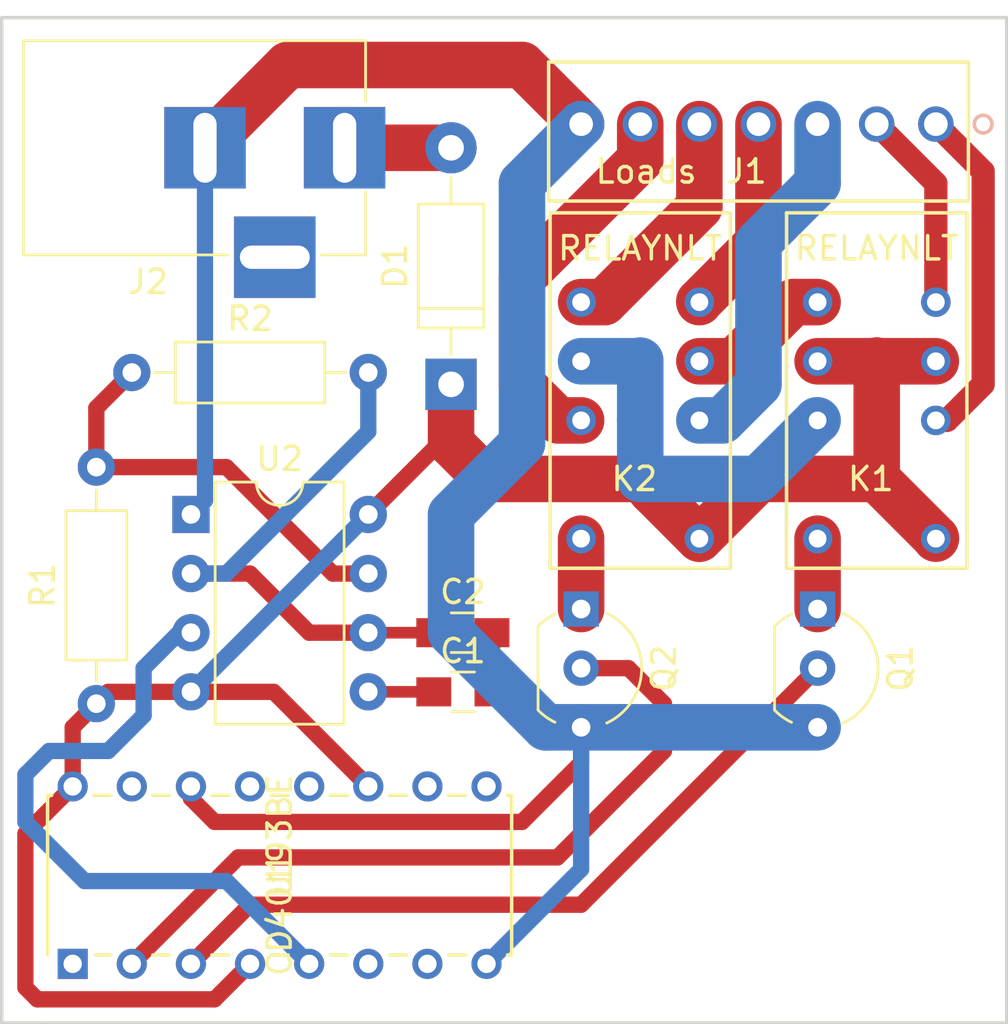
<source format=kicad_pcb>
(kicad_pcb (version 20171130) (host pcbnew "(5.0.0-rc2-dev-720-g9704891c8)")

  (general
    (thickness 1.6)
    (drawings 6)
    (tracks 129)
    (zones 0)
    (modules 13)
    (nets 28)
  )

  (page A4)
  (layers
    (0 F.Cu signal)
    (31 B.Cu signal)
    (32 B.Adhes user)
    (33 F.Adhes user)
    (34 B.Paste user)
    (35 F.Paste user)
    (36 B.SilkS user)
    (37 F.SilkS user)
    (38 B.Mask user)
    (39 F.Mask user)
    (40 Dwgs.User user)
    (41 Cmts.User user)
    (42 Eco1.User user)
    (43 Eco2.User user)
    (44 Edge.Cuts user)
    (45 Margin user)
    (46 B.CrtYd user)
    (47 F.CrtYd user)
    (48 B.Fab user)
    (49 F.Fab user)
  )

  (setup
    (last_trace_width 0.25)
    (user_trace_width 0.5)
    (user_trace_width 0.7)
    (user_trace_width 1)
    (user_trace_width 2)
    (trace_clearance 0.2)
    (zone_clearance 0.508)
    (zone_45_only no)
    (trace_min 0.2)
    (segment_width 0.2)
    (edge_width 0.15)
    (via_size 0.8)
    (via_drill 0.4)
    (via_min_size 0.4)
    (via_min_drill 0.3)
    (uvia_size 0.3)
    (uvia_drill 0.1)
    (uvias_allowed no)
    (uvia_min_size 0.2)
    (uvia_min_drill 0.1)
    (pcb_text_width 0.3)
    (pcb_text_size 1.5 1.5)
    (mod_edge_width 0.15)
    (mod_text_size 1 1)
    (mod_text_width 0.15)
    (pad_size 1.524 1.524)
    (pad_drill 0.762)
    (pad_to_mask_clearance 0.2)
    (aux_axis_origin 0 0)
    (visible_elements FFFFFF5F)
    (pcbplotparams
      (layerselection 0x010e0_ffffffff)
      (usegerberextensions true)
      (usegerberattributes false)
      (usegerberadvancedattributes false)
      (creategerberjobfile false)
      (excludeedgelayer true)
      (linewidth 0.100000)
      (plotframeref false)
      (viasonmask false)
      (mode 1)
      (useauxorigin false)
      (hpglpennumber 1)
      (hpglpenspeed 20)
      (hpglpendiameter 15)
      (psnegative false)
      (psa4output false)
      (plotreference true)
      (plotvalue true)
      (plotinvisibletext false)
      (padsonsilk false)
      (subtractmaskfromsilk false)
      (outputformat 1)
      (mirror false)
      (drillshape 0)
      (scaleselection 1)
      (outputdirectory Gerber/))
  )

  (net 0 "")
  (net 1 "Net-(K1-Pad8)")
  (net 2 /C)
  (net 3 /B)
  (net 4 /A)
  (net 5 0)
  (net 6 "Net-(K1-Pad10)")
  (net 7 /D)
  (net 8 /X)
  (net 9 /Y)
  (net 10 /C1)
  (net 11 /C2)
  (net 12 "Net-(U1-Pad1)")
  (net 13 "Net-(U1-Pad5)")
  (net 14 "Net-(U1-Pad6)")
  (net 15 "Net-(U1-Pad7)")
  (net 16 "Net-(U1-Pad9)")
  (net 17 "Net-(U1-Pad10)")
  (net 18 "Net-(U1-Pad12)")
  (net 19 "Net-(U1-Pad13)")
  (net 20 "Net-(U1-Pad15)")
  (net 21 "Net-(K1-Pad12)")
  (net 22 "Net-(K2-Pad12)")
  (net 23 /Vcc)
  (net 24 "Net-(R1-Pad2)")
  (net 25 "Net-(C2-Pad1)")
  (net 26 "Net-(C1-Pad1)")
  (net 27 "Net-(D1-Pad2)")

  (net_class Default "This is the default net class."
    (clearance 0.2)
    (trace_width 0.25)
    (via_dia 0.8)
    (via_drill 0.4)
    (uvia_dia 0.3)
    (uvia_drill 0.1)
    (add_net /C1)
    (add_net /C2)
    (add_net 0)
    (add_net "Net-(C1-Pad1)")
    (add_net "Net-(C2-Pad1)")
    (add_net "Net-(D1-Pad2)")
    (add_net "Net-(K1-Pad10)")
    (add_net "Net-(K1-Pad12)")
    (add_net "Net-(K1-Pad8)")
    (add_net "Net-(K2-Pad12)")
    (add_net "Net-(R1-Pad2)")
    (add_net "Net-(U1-Pad1)")
    (add_net "Net-(U1-Pad10)")
    (add_net "Net-(U1-Pad12)")
    (add_net "Net-(U1-Pad13)")
    (add_net "Net-(U1-Pad15)")
    (add_net "Net-(U1-Pad5)")
    (add_net "Net-(U1-Pad6)")
    (add_net "Net-(U1-Pad7)")
    (add_net "Net-(U1-Pad9)")
  )

  (net_class Power2 ""
    (clearance 0.2)
    (trace_width 0.5)
    (via_dia 0.8)
    (via_drill 0.4)
    (uvia_dia 0.3)
    (uvia_drill 0.1)
    (add_net /A)
    (add_net /B)
    (add_net /C)
    (add_net /D)
    (add_net /Vcc)
    (add_net /X)
    (add_net /Y)
  )

  (module Library:CD40193BE (layer F.Cu) (tedit 5A52DAB9) (tstamp 5A52DF2A)
    (at 163.576 101.6 90)
    (path /5A52BF8A)
    (fp_text reference U1 (at -3.81 -8.89 90) (layer F.SilkS)
      (effects (font (size 1 1) (thickness 0.15)))
    )
    (fp_text value CD40193BE (at -3.81 -8.89 90) (layer F.SilkS)
      (effects (font (size 1 1) (thickness 0.15)))
    )
    (fp_line (start -7.112 -17.3863) (end -7.112 -18.1737) (layer Dwgs.User) (width 0.1524))
    (fp_line (start -7.112 -18.1737) (end -8.0137 -18.1737) (layer Dwgs.User) (width 0.1524))
    (fp_line (start -8.0137 -18.1737) (end -8.0137 -17.3863) (layer Dwgs.User) (width 0.1524))
    (fp_line (start -8.0137 -17.3863) (end -7.112 -17.3863) (layer Dwgs.User) (width 0.1524))
    (fp_line (start -7.112 -14.8463) (end -7.112 -15.6337) (layer Dwgs.User) (width 0.1524))
    (fp_line (start -7.112 -15.6337) (end -8.0137 -15.6337) (layer Dwgs.User) (width 0.1524))
    (fp_line (start -8.0137 -15.6337) (end -8.0137 -14.8463) (layer Dwgs.User) (width 0.1524))
    (fp_line (start -8.0137 -14.8463) (end -7.112 -14.8463) (layer Dwgs.User) (width 0.1524))
    (fp_line (start -7.112 -12.3063) (end -7.112 -13.0937) (layer Dwgs.User) (width 0.1524))
    (fp_line (start -7.112 -13.0937) (end -8.0137 -13.0937) (layer Dwgs.User) (width 0.1524))
    (fp_line (start -8.0137 -13.0937) (end -8.0137 -12.3063) (layer Dwgs.User) (width 0.1524))
    (fp_line (start -8.0137 -12.3063) (end -7.112 -12.3063) (layer Dwgs.User) (width 0.1524))
    (fp_line (start -7.112 -9.7663) (end -7.112 -10.5537) (layer Dwgs.User) (width 0.1524))
    (fp_line (start -7.112 -10.5537) (end -8.0137 -10.5537) (layer Dwgs.User) (width 0.1524))
    (fp_line (start -8.0137 -10.5537) (end -8.0137 -9.7663) (layer Dwgs.User) (width 0.1524))
    (fp_line (start -8.0137 -9.7663) (end -7.112 -9.7663) (layer Dwgs.User) (width 0.1524))
    (fp_line (start -7.112 -7.2263) (end -7.112 -8.0137) (layer Dwgs.User) (width 0.1524))
    (fp_line (start -7.112 -8.0137) (end -8.0137 -8.0137) (layer Dwgs.User) (width 0.1524))
    (fp_line (start -8.0137 -8.0137) (end -8.0137 -7.2263) (layer Dwgs.User) (width 0.1524))
    (fp_line (start -8.0137 -7.2263) (end -7.112 -7.2263) (layer Dwgs.User) (width 0.1524))
    (fp_line (start -7.112 -4.6863) (end -7.112 -5.4737) (layer Dwgs.User) (width 0.1524))
    (fp_line (start -7.112 -5.4737) (end -8.0137 -5.4737) (layer Dwgs.User) (width 0.1524))
    (fp_line (start -8.0137 -5.4737) (end -8.0137 -4.6863) (layer Dwgs.User) (width 0.1524))
    (fp_line (start -8.0137 -4.6863) (end -7.112 -4.6863) (layer Dwgs.User) (width 0.1524))
    (fp_line (start -7.112 -2.1463) (end -7.112 -2.9337) (layer Dwgs.User) (width 0.1524))
    (fp_line (start -7.112 -2.9337) (end -8.0137 -2.9337) (layer Dwgs.User) (width 0.1524))
    (fp_line (start -8.0137 -2.9337) (end -8.0137 -2.1463) (layer Dwgs.User) (width 0.1524))
    (fp_line (start -8.0137 -2.1463) (end -7.112 -2.1463) (layer Dwgs.User) (width 0.1524))
    (fp_line (start -7.112 0.3937) (end -7.112 -0.3937) (layer Dwgs.User) (width 0.1524))
    (fp_line (start -7.112 -0.3937) (end -8.0137 -0.3937) (layer Dwgs.User) (width 0.1524))
    (fp_line (start -8.0137 -0.3937) (end -8.0137 0.3937) (layer Dwgs.User) (width 0.1524))
    (fp_line (start -8.0137 0.3937) (end -7.112 0.3937) (layer Dwgs.User) (width 0.1524))
    (fp_line (start -0.508 -0.3937) (end -0.508 0.3937) (layer Dwgs.User) (width 0.1524))
    (fp_line (start -0.508 0.3937) (end 0.3937 0.3937) (layer Dwgs.User) (width 0.1524))
    (fp_line (start 0.3937 0.3937) (end 0.3937 -0.3937) (layer Dwgs.User) (width 0.1524))
    (fp_line (start 0.3937 -0.3937) (end -0.508 -0.3937) (layer Dwgs.User) (width 0.1524))
    (fp_line (start -0.508 -2.9337) (end -0.508 -2.1463) (layer Dwgs.User) (width 0.1524))
    (fp_line (start -0.508 -2.1463) (end 0.3937 -2.1463) (layer Dwgs.User) (width 0.1524))
    (fp_line (start 0.3937 -2.1463) (end 0.3937 -2.9337) (layer Dwgs.User) (width 0.1524))
    (fp_line (start 0.3937 -2.9337) (end -0.508 -2.9337) (layer Dwgs.User) (width 0.1524))
    (fp_line (start -0.508 -5.4737) (end -0.508 -4.6863) (layer Dwgs.User) (width 0.1524))
    (fp_line (start -0.508 -4.6863) (end 0.3937 -4.6863) (layer Dwgs.User) (width 0.1524))
    (fp_line (start 0.3937 -4.6863) (end 0.3937 -5.4737) (layer Dwgs.User) (width 0.1524))
    (fp_line (start 0.3937 -5.4737) (end -0.508 -5.4737) (layer Dwgs.User) (width 0.1524))
    (fp_line (start -0.508 -8.0137) (end -0.508 -7.2263) (layer Dwgs.User) (width 0.1524))
    (fp_line (start -0.508 -7.2263) (end 0.3937 -7.2263) (layer Dwgs.User) (width 0.1524))
    (fp_line (start 0.3937 -7.2263) (end 0.3937 -8.0137) (layer Dwgs.User) (width 0.1524))
    (fp_line (start 0.3937 -8.0137) (end -0.508 -8.0137) (layer Dwgs.User) (width 0.1524))
    (fp_line (start -0.508 -10.5537) (end -0.508 -9.7663) (layer Dwgs.User) (width 0.1524))
    (fp_line (start -0.508 -9.7663) (end 0.3937 -9.7663) (layer Dwgs.User) (width 0.1524))
    (fp_line (start 0.3937 -9.7663) (end 0.3937 -10.5537) (layer Dwgs.User) (width 0.1524))
    (fp_line (start 0.3937 -10.5537) (end -0.508 -10.5537) (layer Dwgs.User) (width 0.1524))
    (fp_line (start -0.508 -13.0937) (end -0.508 -12.3063) (layer Dwgs.User) (width 0.1524))
    (fp_line (start -0.508 -12.3063) (end 0.3937 -12.3063) (layer Dwgs.User) (width 0.1524))
    (fp_line (start 0.3937 -12.3063) (end 0.3937 -13.0937) (layer Dwgs.User) (width 0.1524))
    (fp_line (start 0.3937 -13.0937) (end -0.508 -13.0937) (layer Dwgs.User) (width 0.1524))
    (fp_line (start -0.508 -15.6337) (end -0.508 -14.8463) (layer Dwgs.User) (width 0.1524))
    (fp_line (start -0.508 -14.8463) (end 0.3937 -14.8463) (layer Dwgs.User) (width 0.1524))
    (fp_line (start 0.3937 -14.8463) (end 0.3937 -15.6337) (layer Dwgs.User) (width 0.1524))
    (fp_line (start 0.3937 -15.6337) (end -0.508 -15.6337) (layer Dwgs.User) (width 0.1524))
    (fp_line (start -0.508 -18.1737) (end -0.508 -17.3863) (layer Dwgs.User) (width 0.1524))
    (fp_line (start -0.508 -17.3863) (end 0.3937 -17.3863) (layer Dwgs.User) (width 0.1524))
    (fp_line (start 0.3937 -17.3863) (end 0.3937 -18.1737) (layer Dwgs.User) (width 0.1524))
    (fp_line (start 0.3937 -18.1737) (end -0.508 -18.1737) (layer Dwgs.User) (width 0.1524))
    (fp_line (start -7.239 1.0795) (end -0.381 1.0795) (layer F.SilkS) (width 0.1524))
    (fp_line (start -0.381 1.0795) (end -0.381 0.903383) (layer F.SilkS) (width 0.1524))
    (fp_line (start -0.381 -18.8595) (end -7.239 -18.8595) (layer F.SilkS) (width 0.1524))
    (fp_line (start -7.239 -16.79956) (end -7.239 -16.143383) (layer F.SilkS) (width 0.1524))
    (fp_line (start -7.112 0.9525) (end -0.508 0.9525) (layer Dwgs.User) (width 0.1524))
    (fp_line (start -0.508 0.9525) (end -0.508 -18.7325) (layer Dwgs.User) (width 0.1524))
    (fp_line (start -0.508 -18.7325) (end -7.112 -18.7325) (layer Dwgs.User) (width 0.1524))
    (fp_line (start -7.112 -18.7325) (end -7.112 0.9525) (layer Dwgs.User) (width 0.1524))
    (fp_line (start -7.239 -14.336617) (end -7.239 -13.603383) (layer F.SilkS) (width 0.1524))
    (fp_line (start -7.239 -11.796617) (end -7.239 -11.063383) (layer F.SilkS) (width 0.1524))
    (fp_line (start -7.239 -9.256617) (end -7.239 -8.523383) (layer F.SilkS) (width 0.1524))
    (fp_line (start -7.239 -6.716617) (end -7.239 -5.983383) (layer F.SilkS) (width 0.1524))
    (fp_line (start -7.239 -4.176617) (end -7.239 -3.443383) (layer F.SilkS) (width 0.1524))
    (fp_line (start -7.239 -1.636617) (end -7.239 -0.903383) (layer F.SilkS) (width 0.1524))
    (fp_line (start -7.239 0.903383) (end -7.239 1.0795) (layer F.SilkS) (width 0.1524))
    (fp_line (start -0.381 -0.903383) (end -0.381 -1.636617) (layer F.SilkS) (width 0.1524))
    (fp_line (start -0.381 -3.443383) (end -0.381 -4.176617) (layer F.SilkS) (width 0.1524))
    (fp_line (start -0.381 -5.983383) (end -0.381 -6.716617) (layer F.SilkS) (width 0.1524))
    (fp_line (start -0.381 -8.523383) (end -0.381 -9.256617) (layer F.SilkS) (width 0.1524))
    (fp_line (start -0.381 -11.063383) (end -0.381 -11.796617) (layer F.SilkS) (width 0.1524))
    (fp_line (start -0.381 -13.603383) (end -0.381 -14.336617) (layer F.SilkS) (width 0.1524))
    (fp_line (start -0.381 -16.143383) (end -0.381 -16.876617) (layer F.SilkS) (width 0.1524))
    (fp_line (start -0.381 -18.683383) (end -0.381 -18.8595) (layer F.SilkS) (width 0.1524))
    (fp_arc (start -3.81 -18.7325) (end -3.5052 -18.7325) (angle 180) (layer Dwgs.User) (width 0.1524))
    (pad 1 thru_hole rect (at -7.62 -17.78 90) (size 1.2954 1.2954) (drill 0.7874) (layers *.Cu *.Mask)
      (net 12 "Net-(U1-Pad1)"))
    (pad 2 thru_hole circle (at -7.62 -15.24 90) (size 1.2954 1.2954) (drill 0.7874) (layers *.Cu *.Mask)
      (net 11 /C2))
    (pad 3 thru_hole circle (at -7.62 -12.7 90) (size 1.2954 1.2954) (drill 0.7874) (layers *.Cu *.Mask)
      (net 10 /C1))
    (pad 4 thru_hole circle (at -7.62 -10.16 90) (size 1.2954 1.2954) (drill 0.7874) (layers *.Cu *.Mask)
      (net 23 /Vcc))
    (pad 5 thru_hole circle (at -7.62 -7.62 90) (size 1.2954 1.2954) (drill 0.7874) (layers *.Cu *.Mask)
      (net 13 "Net-(U1-Pad5)"))
    (pad 6 thru_hole circle (at -7.62 -5.08 90) (size 1.2954 1.2954) (drill 0.7874) (layers *.Cu *.Mask)
      (net 14 "Net-(U1-Pad6)"))
    (pad 7 thru_hole circle (at -7.62 -2.54 90) (size 1.2954 1.2954) (drill 0.7874) (layers *.Cu *.Mask)
      (net 15 "Net-(U1-Pad7)"))
    (pad 8 thru_hole circle (at -7.62 0 90) (size 1.2954 1.2954) (drill 0.7874) (layers *.Cu *.Mask)
      (net 5 0))
    (pad 9 thru_hole circle (at 0 0 90) (size 1.2954 1.2954) (drill 0.7874) (layers *.Cu *.Mask)
      (net 16 "Net-(U1-Pad9)"))
    (pad 10 thru_hole circle (at 0 -2.54 90) (size 1.2954 1.2954) (drill 0.7874) (layers *.Cu *.Mask)
      (net 17 "Net-(U1-Pad10)"))
    (pad 11 thru_hole circle (at 0 -5.08 90) (size 1.2954 1.2954) (drill 0.7874) (layers *.Cu *.Mask)
      (net 23 /Vcc))
    (pad 12 thru_hole circle (at 0 -7.62 90) (size 1.2954 1.2954) (drill 0.7874) (layers *.Cu *.Mask)
      (net 18 "Net-(U1-Pad12)"))
    (pad 13 thru_hole circle (at 0 -10.16 90) (size 1.2954 1.2954) (drill 0.7874) (layers *.Cu *.Mask)
      (net 19 "Net-(U1-Pad13)"))
    (pad 14 thru_hole circle (at 0 -12.7 90) (size 1.2954 1.2954) (drill 0.7874) (layers *.Cu *.Mask)
      (net 5 0))
    (pad 15 thru_hole circle (at 0 -15.24 90) (size 1.2954 1.2954) (drill 0.7874) (layers *.Cu *.Mask)
      (net 20 "Net-(U1-Pad15)"))
    (pad 16 thru_hole circle (at 0 -17.78 90) (size 1.2954 1.2954) (drill 0.7874) (layers *.Cu *.Mask)
      (net 23 /Vcc))
  )

  (module Library:640456-7 (layer F.Cu) (tedit 5A52CB5B) (tstamp 5A629AD5)
    (at 167.64 73.152 180)
    (path /5A53BB7C)
    (fp_text reference J1 (at -7.112 -2.032 180) (layer F.SilkS)
      (effects (font (size 1 1) (thickness 0.15)))
    )
    (fp_text value Loads (at -2.794 -2.032 180) (layer F.SilkS)
      (effects (font (size 1 1) (thickness 0.15)))
    )
    (fp_line (start -16.637 2.667) (end 1.397 2.667) (layer F.SilkS) (width 0.1524))
    (fp_line (start 1.397 2.667) (end 1.397 -3.302) (layer F.SilkS) (width 0.1524))
    (fp_line (start 1.397 -3.302) (end -16.637 -3.302) (layer F.SilkS) (width 0.1524))
    (fp_line (start -16.637 -3.302) (end -16.637 2.667) (layer F.SilkS) (width 0.1524))
    (fp_line (start -16.51 2.54) (end 1.27 2.54) (layer Dwgs.User) (width 0.1524))
    (fp_line (start 1.27 2.54) (end 1.27 -3.175) (layer Dwgs.User) (width 0.1524))
    (fp_line (start 1.27 -3.175) (end -16.51 -3.175) (layer Dwgs.User) (width 0.1524))
    (fp_line (start -16.51 -3.175) (end -16.51 2.54) (layer Dwgs.User) (width 0.1524))
    (fp_circle (center -17.272 0) (end -16.891 0) (layer F.SilkS) (width 0.1524))
    (fp_circle (center -17.272 0) (end -16.891 0) (layer B.SilkS) (width 0.1524))
    (fp_circle (center -15.24 1.905) (end -14.859 1.905) (layer Dwgs.User) (width 0.1524))
    (pad 1 thru_hole circle (at -15.24 0 180) (size 1.524 1.524) (drill 1.016) (layers *.Cu *.Mask)
      (net 8 /X))
    (pad 2 thru_hole circle (at -12.7 0 180) (size 1.524 1.524) (drill 1.016) (layers *.Cu *.Mask)
      (net 9 /Y))
    (pad 3 thru_hole circle (at -10.16 0 180) (size 1.524 1.524) (drill 1.016) (layers *.Cu *.Mask)
      (net 4 /A))
    (pad 4 thru_hole circle (at -7.62 0 180) (size 1.524 1.524) (drill 1.016) (layers *.Cu *.Mask)
      (net 3 /B))
    (pad 5 thru_hole circle (at -5.08 0 180) (size 1.524 1.524) (drill 1.016) (layers *.Cu *.Mask)
      (net 2 /C))
    (pad 6 thru_hole circle (at -2.54 0 180) (size 1.524 1.524) (drill 1.016) (layers *.Cu *.Mask)
      (net 7 /D))
    (pad 7 thru_hole circle (at 0 0 180) (size 1.524 1.524) (drill 1.016) (layers *.Cu *.Mask)
      (net 5 0))
  )

  (module Connectors:BARREL_JACK (layer F.Cu) (tedit 5861378E) (tstamp 5A624503)
    (at 157.48 74.168)
    (descr "DC Barrel Jack")
    (tags "Power Jack")
    (path /5A52941E)
    (fp_text reference J2 (at -8.45 5.75 180) (layer F.SilkS)
      (effects (font (size 1 1) (thickness 0.15)))
    )
    (fp_text value Conn_Coaxial_Power (at -6.2 -5.5) (layer F.Fab)
      (effects (font (size 1 1) (thickness 0.15)))
    )
    (fp_line (start 1 -4.5) (end 1 -4.75) (layer F.CrtYd) (width 0.05))
    (fp_line (start 1 -4.75) (end -14 -4.75) (layer F.CrtYd) (width 0.05))
    (fp_line (start 1 -4.5) (end 1 -2) (layer F.CrtYd) (width 0.05))
    (fp_line (start 1 -2) (end 2 -2) (layer F.CrtYd) (width 0.05))
    (fp_line (start 2 -2) (end 2 2) (layer F.CrtYd) (width 0.05))
    (fp_line (start 2 2) (end 1 2) (layer F.CrtYd) (width 0.05))
    (fp_line (start 1 2) (end 1 4.75) (layer F.CrtYd) (width 0.05))
    (fp_line (start 1 4.75) (end -1 4.75) (layer F.CrtYd) (width 0.05))
    (fp_line (start -1 4.75) (end -1 6.75) (layer F.CrtYd) (width 0.05))
    (fp_line (start -1 6.75) (end -5 6.75) (layer F.CrtYd) (width 0.05))
    (fp_line (start -5 6.75) (end -5 4.75) (layer F.CrtYd) (width 0.05))
    (fp_line (start -5 4.75) (end -14 4.75) (layer F.CrtYd) (width 0.05))
    (fp_line (start -14 4.75) (end -14 -4.75) (layer F.CrtYd) (width 0.05))
    (fp_line (start -5 4.6) (end -13.8 4.6) (layer F.SilkS) (width 0.12))
    (fp_line (start -13.8 4.6) (end -13.8 -4.6) (layer F.SilkS) (width 0.12))
    (fp_line (start 0.9 1.9) (end 0.9 4.6) (layer F.SilkS) (width 0.12))
    (fp_line (start 0.9 4.6) (end -1 4.6) (layer F.SilkS) (width 0.12))
    (fp_line (start -13.8 -4.6) (end 0.9 -4.6) (layer F.SilkS) (width 0.12))
    (fp_line (start 0.9 -4.6) (end 0.9 -2) (layer F.SilkS) (width 0.12))
    (fp_line (start -10.2 -4.5) (end -10.2 4.5) (layer F.Fab) (width 0.1))
    (fp_line (start -13.7 -4.5) (end -13.7 4.5) (layer F.Fab) (width 0.1))
    (fp_line (start -13.7 4.5) (end 0.8 4.5) (layer F.Fab) (width 0.1))
    (fp_line (start 0.8 4.5) (end 0.8 -4.5) (layer F.Fab) (width 0.1))
    (fp_line (start 0.8 -4.5) (end -13.7 -4.5) (layer F.Fab) (width 0.1))
    (pad 1 thru_hole rect (at 0 0) (size 3.5 3.5) (drill oval 1 3) (layers *.Cu *.Mask)
      (net 27 "Net-(D1-Pad2)"))
    (pad 2 thru_hole rect (at -6 0) (size 3.5 3.5) (drill oval 1 3) (layers *.Cu *.Mask)
      (net 5 0))
    (pad 3 thru_hole rect (at -3 4.7) (size 3.5 3.5) (drill oval 3 1) (layers *.Cu *.Mask))
  )

  (module Capacitors_SMD:C_0805_HandSoldering (layer F.Cu) (tedit 58AA84A8) (tstamp 5A5C2426)
    (at 162.56 94.996)
    (descr "Capacitor SMD 0805, hand soldering")
    (tags "capacitor 0805")
    (path /5A546AB5)
    (attr smd)
    (fp_text reference C2 (at 0 -1.75) (layer F.SilkS)
      (effects (font (size 1 1) (thickness 0.15)))
    )
    (fp_text value 10u (at 0 1.75) (layer F.Fab)
      (effects (font (size 1 1) (thickness 0.15)))
    )
    (fp_line (start 2.25 0.87) (end -2.25 0.87) (layer F.CrtYd) (width 0.05))
    (fp_line (start 2.25 0.87) (end 2.25 -0.88) (layer F.CrtYd) (width 0.05))
    (fp_line (start -2.25 -0.88) (end -2.25 0.87) (layer F.CrtYd) (width 0.05))
    (fp_line (start -2.25 -0.88) (end 2.25 -0.88) (layer F.CrtYd) (width 0.05))
    (fp_line (start -0.5 0.85) (end 0.5 0.85) (layer F.SilkS) (width 0.12))
    (fp_line (start 0.5 -0.85) (end -0.5 -0.85) (layer F.SilkS) (width 0.12))
    (fp_line (start -1 -0.62) (end 1 -0.62) (layer F.Fab) (width 0.1))
    (fp_line (start 1 -0.62) (end 1 0.62) (layer F.Fab) (width 0.1))
    (fp_line (start 1 0.62) (end -1 0.62) (layer F.Fab) (width 0.1))
    (fp_line (start -1 0.62) (end -1 -0.62) (layer F.Fab) (width 0.1))
    (fp_text user %R (at 0 -1.75) (layer F.Fab)
      (effects (font (size 1 1) (thickness 0.15)))
    )
    (pad 2 smd rect (at 1.25 0) (size 1.5 1.25) (layers F.Cu F.Paste F.Mask)
      (net 5 0))
    (pad 1 smd rect (at -1.25 0) (size 1.5 1.25) (layers F.Cu F.Paste F.Mask)
      (net 25 "Net-(C2-Pad1)"))
    (model Capacitors_SMD.3dshapes/C_0805.wrl
      (at (xyz 0 0 0))
      (scale (xyz 1 1 1))
      (rotate (xyz 0 0 0))
    )
  )

  (module Capacitors_SMD:C_0805_HandSoldering (layer F.Cu) (tedit 58AA84A8) (tstamp 5A5C2415)
    (at 162.56 97.536)
    (descr "Capacitor SMD 0805, hand soldering")
    (tags "capacitor 0805")
    (path /5A5447CE)
    (attr smd)
    (fp_text reference C1 (at 0 -1.75) (layer F.SilkS)
      (effects (font (size 1 1) (thickness 0.15)))
    )
    (fp_text value 0.01u (at 0 1.75) (layer F.Fab)
      (effects (font (size 1 1) (thickness 0.15)))
    )
    (fp_text user %R (at 0 -1.75) (layer F.Fab)
      (effects (font (size 1 1) (thickness 0.15)))
    )
    (fp_line (start -1 0.62) (end -1 -0.62) (layer F.Fab) (width 0.1))
    (fp_line (start 1 0.62) (end -1 0.62) (layer F.Fab) (width 0.1))
    (fp_line (start 1 -0.62) (end 1 0.62) (layer F.Fab) (width 0.1))
    (fp_line (start -1 -0.62) (end 1 -0.62) (layer F.Fab) (width 0.1))
    (fp_line (start 0.5 -0.85) (end -0.5 -0.85) (layer F.SilkS) (width 0.12))
    (fp_line (start -0.5 0.85) (end 0.5 0.85) (layer F.SilkS) (width 0.12))
    (fp_line (start -2.25 -0.88) (end 2.25 -0.88) (layer F.CrtYd) (width 0.05))
    (fp_line (start -2.25 -0.88) (end -2.25 0.87) (layer F.CrtYd) (width 0.05))
    (fp_line (start 2.25 0.87) (end 2.25 -0.88) (layer F.CrtYd) (width 0.05))
    (fp_line (start 2.25 0.87) (end -2.25 0.87) (layer F.CrtYd) (width 0.05))
    (pad 1 smd rect (at -1.25 0) (size 1.5 1.25) (layers F.Cu F.Paste F.Mask)
      (net 26 "Net-(C1-Pad1)"))
    (pad 2 smd rect (at 1.25 0) (size 1.5 1.25) (layers F.Cu F.Paste F.Mask)
      (net 5 0))
    (model Capacitors_SMD.3dshapes/C_0805.wrl
      (at (xyz 0 0 0))
      (scale (xyz 1 1 1))
      (rotate (xyz 0 0 0))
    )
  )

  (module Diodes_THT:D_DO-41_SOD81_P10.16mm_Horizontal (layer F.Cu) (tedit 5921392F) (tstamp 5A5C23E5)
    (at 162.052 84.328 90)
    (descr "D, DO-41_SOD81 series, Axial, Horizontal, pin pitch=10.16mm, , length*diameter=5.2*2.7mm^2, , http://www.diodes.com/_files/packages/DO-41%20(Plastic).pdf")
    (tags "D DO-41_SOD81 series Axial Horizontal pin pitch 10.16mm  length 5.2mm diameter 2.7mm")
    (path /5A56D319)
    (fp_text reference D1 (at 5.08 -2.41 90) (layer F.SilkS)
      (effects (font (size 1 1) (thickness 0.15)))
    )
    (fp_text value MUR2100ERLGOSCT-ND (at 5.08 2.41 90) (layer F.Fab)
      (effects (font (size 1 1) (thickness 0.15)))
    )
    (fp_text user %R (at 5.08 0 90) (layer F.Fab)
      (effects (font (size 1 1) (thickness 0.15)))
    )
    (fp_line (start 2.48 -1.35) (end 2.48 1.35) (layer F.Fab) (width 0.1))
    (fp_line (start 2.48 1.35) (end 7.68 1.35) (layer F.Fab) (width 0.1))
    (fp_line (start 7.68 1.35) (end 7.68 -1.35) (layer F.Fab) (width 0.1))
    (fp_line (start 7.68 -1.35) (end 2.48 -1.35) (layer F.Fab) (width 0.1))
    (fp_line (start 0 0) (end 2.48 0) (layer F.Fab) (width 0.1))
    (fp_line (start 10.16 0) (end 7.68 0) (layer F.Fab) (width 0.1))
    (fp_line (start 3.26 -1.35) (end 3.26 1.35) (layer F.Fab) (width 0.1))
    (fp_line (start 2.42 -1.41) (end 2.42 1.41) (layer F.SilkS) (width 0.12))
    (fp_line (start 2.42 1.41) (end 7.74 1.41) (layer F.SilkS) (width 0.12))
    (fp_line (start 7.74 1.41) (end 7.74 -1.41) (layer F.SilkS) (width 0.12))
    (fp_line (start 7.74 -1.41) (end 2.42 -1.41) (layer F.SilkS) (width 0.12))
    (fp_line (start 1.28 0) (end 2.42 0) (layer F.SilkS) (width 0.12))
    (fp_line (start 8.88 0) (end 7.74 0) (layer F.SilkS) (width 0.12))
    (fp_line (start 3.26 -1.41) (end 3.26 1.41) (layer F.SilkS) (width 0.12))
    (fp_line (start -1.35 -1.7) (end -1.35 1.7) (layer F.CrtYd) (width 0.05))
    (fp_line (start -1.35 1.7) (end 11.55 1.7) (layer F.CrtYd) (width 0.05))
    (fp_line (start 11.55 1.7) (end 11.55 -1.7) (layer F.CrtYd) (width 0.05))
    (fp_line (start 11.55 -1.7) (end -1.35 -1.7) (layer F.CrtYd) (width 0.05))
    (pad 1 thru_hole rect (at 0 0 90) (size 2.2 2.2) (drill 1.1) (layers *.Cu *.Mask)
      (net 23 /Vcc))
    (pad 2 thru_hole oval (at 10.16 0 90) (size 2.2 2.2) (drill 1.1) (layers *.Cu *.Mask)
      (net 27 "Net-(D1-Pad2)"))
    (model ${KISYS3DMOD}/Diodes_THT.3dshapes/D_DO-41_SOD81_P10.16mm_Horizontal.wrl
      (at (xyz 0 0 0))
      (scale (xyz 0.393701 0.393701 0.393701))
      (rotate (xyz 0 0 0))
    )
  )

  (module Housings_DIP:DIP-8_W7.62mm (layer F.Cu) (tedit 58CC8E33) (tstamp 5A5C23CC)
    (at 150.876 89.916)
    (descr "8-lead dip package, row spacing 7.62 mm (300 mils)")
    (tags "DIL DIP PDIP 2.54mm 7.62mm 300mil")
    (path /5A535B58)
    (fp_text reference U2 (at 3.81 -2.39) (layer F.SilkS)
      (effects (font (size 1 1) (thickness 0.15)))
    )
    (fp_text value LM555 (at 3.81 10.01) (layer F.Fab)
      (effects (font (size 1 1) (thickness 0.15)))
    )
    (fp_text user %R (at 3.81 3.81) (layer F.Fab)
      (effects (font (size 1 1) (thickness 0.15)))
    )
    (fp_line (start 1.635 -1.27) (end 6.985 -1.27) (layer F.Fab) (width 0.1))
    (fp_line (start 6.985 -1.27) (end 6.985 8.89) (layer F.Fab) (width 0.1))
    (fp_line (start 6.985 8.89) (end 0.635 8.89) (layer F.Fab) (width 0.1))
    (fp_line (start 0.635 8.89) (end 0.635 -0.27) (layer F.Fab) (width 0.1))
    (fp_line (start 0.635 -0.27) (end 1.635 -1.27) (layer F.Fab) (width 0.1))
    (fp_line (start 2.81 -1.39) (end 1.04 -1.39) (layer F.SilkS) (width 0.12))
    (fp_line (start 1.04 -1.39) (end 1.04 9.01) (layer F.SilkS) (width 0.12))
    (fp_line (start 1.04 9.01) (end 6.58 9.01) (layer F.SilkS) (width 0.12))
    (fp_line (start 6.58 9.01) (end 6.58 -1.39) (layer F.SilkS) (width 0.12))
    (fp_line (start 6.58 -1.39) (end 4.81 -1.39) (layer F.SilkS) (width 0.12))
    (fp_line (start -1.1 -1.6) (end -1.1 9.2) (layer F.CrtYd) (width 0.05))
    (fp_line (start -1.1 9.2) (end 8.7 9.2) (layer F.CrtYd) (width 0.05))
    (fp_line (start 8.7 9.2) (end 8.7 -1.6) (layer F.CrtYd) (width 0.05))
    (fp_line (start 8.7 -1.6) (end -1.1 -1.6) (layer F.CrtYd) (width 0.05))
    (fp_arc (start 3.81 -1.39) (end 2.81 -1.39) (angle -180) (layer F.SilkS) (width 0.12))
    (pad 1 thru_hole rect (at 0 0) (size 1.6 1.6) (drill 0.8) (layers *.Cu *.Mask)
      (net 5 0))
    (pad 5 thru_hole oval (at 7.62 7.62) (size 1.6 1.6) (drill 0.8) (layers *.Cu *.Mask)
      (net 26 "Net-(C1-Pad1)"))
    (pad 2 thru_hole oval (at 0 2.54) (size 1.6 1.6) (drill 0.8) (layers *.Cu *.Mask)
      (net 25 "Net-(C2-Pad1)"))
    (pad 6 thru_hole oval (at 7.62 5.08) (size 1.6 1.6) (drill 0.8) (layers *.Cu *.Mask)
      (net 25 "Net-(C2-Pad1)"))
    (pad 3 thru_hole oval (at 0 5.08) (size 1.6 1.6) (drill 0.8) (layers *.Cu *.Mask)
      (net 13 "Net-(U1-Pad5)"))
    (pad 7 thru_hole oval (at 7.62 2.54) (size 1.6 1.6) (drill 0.8) (layers *.Cu *.Mask)
      (net 24 "Net-(R1-Pad2)"))
    (pad 4 thru_hole oval (at 0 7.62) (size 1.6 1.6) (drill 0.8) (layers *.Cu *.Mask)
      (net 23 /Vcc))
    (pad 8 thru_hole oval (at 7.62 0) (size 1.6 1.6) (drill 0.8) (layers *.Cu *.Mask)
      (net 23 /Vcc))
    (model ${KISYS3DMOD}/Housings_DIP.3dshapes/DIP-8_W7.62mm.wrl
      (at (xyz 0 0 0))
      (scale (xyz 1 1 1))
      (rotate (xyz 0 0 0))
    )
  )

  (module Library:EC2-5NU (layer F.Cu) (tedit 5A52740C) (tstamp 5A5C22E7)
    (at 167.64 78.232 180)
    (path /5A53B6C5)
    (fp_text reference K2 (at -2.286 -10.16 180) (layer F.SilkS)
      (effects (font (size 1 1) (thickness 0.15)))
    )
    (fp_text value RELAYNLT (at -2.54 -0.254 180) (layer F.SilkS)
      (effects (font (size 1 1) (thickness 0.15)))
    )
    (fp_arc (start -2.54 -13.8684) (end -2.2352 -13.8684) (angle 180) (layer Dwgs.User) (width 0.1524))
    (fp_line (start -6.2865 -13.8684) (end -6.2865 1.143) (layer Dwgs.User) (width 0.1524))
    (fp_line (start 1.2065 -13.8684) (end -6.2865 -13.8684) (layer Dwgs.User) (width 0.1524))
    (fp_line (start 1.2065 1.143) (end 1.2065 -13.8684) (layer Dwgs.User) (width 0.1524))
    (fp_line (start -6.2865 1.143) (end 1.2065 1.143) (layer Dwgs.User) (width 0.1524))
    (fp_line (start -6.4135 -13.9954) (end -6.4135 1.27) (layer F.SilkS) (width 0.1524))
    (fp_line (start 1.3335 -13.9954) (end -6.4135 -13.9954) (layer F.SilkS) (width 0.1524))
    (fp_line (start 1.3335 1.27) (end 1.3335 -13.9954) (layer F.SilkS) (width 0.1524))
    (fp_line (start -6.4135 1.27) (end 1.3335 1.27) (layer F.SilkS) (width 0.1524))
    (pad 12 thru_hole circle (at 0 -12.7254 180) (size 1.27 1.27) (drill 0.762) (layers *.Cu *.Mask)
      (net 22 "Net-(K2-Pad12)"))
    (pad 10 thru_hole circle (at 0 -7.6454 180) (size 1.27 1.27) (drill 0.762) (layers *.Cu *.Mask)
      (net 7 /D))
    (pad 9 thru_hole circle (at 0 -5.1054 180) (size 1.27 1.27) (drill 0.762) (layers *.Cu *.Mask)
      (net 6 "Net-(K1-Pad10)"))
    (pad 8 thru_hole circle (at 0 -2.5654 180) (size 1.27 1.27) (drill 0.762) (layers *.Cu *.Mask)
      (net 2 /C))
    (pad 5 thru_hole circle (at -5.08 -2.5654 180) (size 1.27 1.27) (drill 0.762) (layers *.Cu *.Mask)
      (net 3 /B))
    (pad 4 thru_hole circle (at -5.08 -5.1054 180) (size 1.27 1.27) (drill 0.762) (layers *.Cu *.Mask)
      (net 1 "Net-(K1-Pad8)"))
    (pad 3 thru_hole circle (at -5.08 -7.6454 180) (size 1.27 1.27) (drill 0.762) (layers *.Cu *.Mask)
      (net 4 /A))
    (pad 1 thru_hole circle (at -5.08 -12.7254 180) (size 1.27 1.27) (drill 0.762) (layers *.Cu *.Mask)
      (net 23 /Vcc))
    (model ${KIPRJMOD}/Library/EC2-5NU.step
      (at (xyz 0 0 0))
      (scale (xyz 1 1 1))
      (rotate (xyz 0 0 0))
    )
  )

  (module Library:EC2-5NU (layer F.Cu) (tedit 5A52740C) (tstamp 5A5C22D2)
    (at 177.8 78.232 180)
    (path /5A53B7C9)
    (fp_text reference K1 (at -2.286 -10.16 180) (layer F.SilkS)
      (effects (font (size 1 1) (thickness 0.15)))
    )
    (fp_text value RELAYNLT (at -2.54 -0.254 180) (layer F.SilkS)
      (effects (font (size 1 1) (thickness 0.15)))
    )
    (fp_line (start -6.4135 1.27) (end 1.3335 1.27) (layer F.SilkS) (width 0.1524))
    (fp_line (start 1.3335 1.27) (end 1.3335 -13.9954) (layer F.SilkS) (width 0.1524))
    (fp_line (start 1.3335 -13.9954) (end -6.4135 -13.9954) (layer F.SilkS) (width 0.1524))
    (fp_line (start -6.4135 -13.9954) (end -6.4135 1.27) (layer F.SilkS) (width 0.1524))
    (fp_line (start -6.2865 1.143) (end 1.2065 1.143) (layer Dwgs.User) (width 0.1524))
    (fp_line (start 1.2065 1.143) (end 1.2065 -13.8684) (layer Dwgs.User) (width 0.1524))
    (fp_line (start 1.2065 -13.8684) (end -6.2865 -13.8684) (layer Dwgs.User) (width 0.1524))
    (fp_line (start -6.2865 -13.8684) (end -6.2865 1.143) (layer Dwgs.User) (width 0.1524))
    (fp_arc (start -2.54 -13.8684) (end -2.2352 -13.8684) (angle 180) (layer Dwgs.User) (width 0.1524))
    (pad 1 thru_hole circle (at -5.08 -12.7254 180) (size 1.27 1.27) (drill 0.762) (layers *.Cu *.Mask)
      (net 23 /Vcc))
    (pad 3 thru_hole circle (at -5.08 -7.6454 180) (size 1.27 1.27) (drill 0.762) (layers *.Cu *.Mask)
      (net 8 /X))
    (pad 4 thru_hole circle (at -5.08 -5.1054 180) (size 1.27 1.27) (drill 0.762) (layers *.Cu *.Mask)
      (net 23 /Vcc))
    (pad 5 thru_hole circle (at -5.08 -2.5654 180) (size 1.27 1.27) (drill 0.762) (layers *.Cu *.Mask)
      (net 9 /Y))
    (pad 8 thru_hole circle (at 0 -2.5654 180) (size 1.27 1.27) (drill 0.762) (layers *.Cu *.Mask)
      (net 1 "Net-(K1-Pad8)"))
    (pad 9 thru_hole circle (at 0 -5.1054 180) (size 1.27 1.27) (drill 0.762) (layers *.Cu *.Mask)
      (net 23 /Vcc))
    (pad 10 thru_hole circle (at 0 -7.6454 180) (size 1.27 1.27) (drill 0.762) (layers *.Cu *.Mask)
      (net 6 "Net-(K1-Pad10)"))
    (pad 12 thru_hole circle (at 0 -12.7254 180) (size 1.27 1.27) (drill 0.762) (layers *.Cu *.Mask)
      (net 21 "Net-(K1-Pad12)"))
    (model ${KIPRJMOD}/Library/EC2-5NU.step
      (at (xyz 0 0 0))
      (scale (xyz 1 1 1))
      (rotate (xyz 0 0 0))
    )
  )

  (module Resistors_THT:R_Axial_DIN0207_L6.3mm_D2.5mm_P10.16mm_Horizontal (layer F.Cu) (tedit 5874F706) (tstamp 5A5C22BD)
    (at 148.336 83.82)
    (descr "Resistor, Axial_DIN0207 series, Axial, Horizontal, pin pitch=10.16mm, 0.25W = 1/4W, length*diameter=6.3*2.5mm^2, http://cdn-reichelt.de/documents/datenblatt/B400/1_4W%23YAG.pdf")
    (tags "Resistor Axial_DIN0207 series Axial Horizontal pin pitch 10.16mm 0.25W = 1/4W length 6.3mm diameter 2.5mm")
    (path /5A546B51)
    (fp_text reference R2 (at 5.08 -2.31) (layer F.SilkS)
      (effects (font (size 1 1) (thickness 0.15)))
    )
    (fp_text value 33k (at 5.08 2.31) (layer F.Fab)
      (effects (font (size 1 1) (thickness 0.15)))
    )
    (fp_line (start 11.25 -1.6) (end -1.05 -1.6) (layer F.CrtYd) (width 0.05))
    (fp_line (start 11.25 1.6) (end 11.25 -1.6) (layer F.CrtYd) (width 0.05))
    (fp_line (start -1.05 1.6) (end 11.25 1.6) (layer F.CrtYd) (width 0.05))
    (fp_line (start -1.05 -1.6) (end -1.05 1.6) (layer F.CrtYd) (width 0.05))
    (fp_line (start 9.18 0) (end 8.29 0) (layer F.SilkS) (width 0.12))
    (fp_line (start 0.98 0) (end 1.87 0) (layer F.SilkS) (width 0.12))
    (fp_line (start 8.29 -1.31) (end 1.87 -1.31) (layer F.SilkS) (width 0.12))
    (fp_line (start 8.29 1.31) (end 8.29 -1.31) (layer F.SilkS) (width 0.12))
    (fp_line (start 1.87 1.31) (end 8.29 1.31) (layer F.SilkS) (width 0.12))
    (fp_line (start 1.87 -1.31) (end 1.87 1.31) (layer F.SilkS) (width 0.12))
    (fp_line (start 10.16 0) (end 8.23 0) (layer F.Fab) (width 0.1))
    (fp_line (start 0 0) (end 1.93 0) (layer F.Fab) (width 0.1))
    (fp_line (start 8.23 -1.25) (end 1.93 -1.25) (layer F.Fab) (width 0.1))
    (fp_line (start 8.23 1.25) (end 8.23 -1.25) (layer F.Fab) (width 0.1))
    (fp_line (start 1.93 1.25) (end 8.23 1.25) (layer F.Fab) (width 0.1))
    (fp_line (start 1.93 -1.25) (end 1.93 1.25) (layer F.Fab) (width 0.1))
    (pad 2 thru_hole oval (at 10.16 0) (size 1.6 1.6) (drill 0.8) (layers *.Cu *.Mask)
      (net 25 "Net-(C2-Pad1)"))
    (pad 1 thru_hole circle (at 0 0) (size 1.6 1.6) (drill 0.8) (layers *.Cu *.Mask)
      (net 24 "Net-(R1-Pad2)"))
    (model ${KISYS3DMOD}/Resistors_THT.3dshapes/R_Axial_DIN0207_L6.3mm_D2.5mm_P10.16mm_Horizontal.wrl
      (at (xyz 0 0 0))
      (scale (xyz 0.393701 0.393701 0.393701))
      (rotate (xyz 0 0 0))
    )
  )

  (module Resistors_THT:R_Axial_DIN0207_L6.3mm_D2.5mm_P10.16mm_Horizontal (layer F.Cu) (tedit 5874F706) (tstamp 5A5C22A7)
    (at 146.812 98.044 90)
    (descr "Resistor, Axial_DIN0207 series, Axial, Horizontal, pin pitch=10.16mm, 0.25W = 1/4W, length*diameter=6.3*2.5mm^2, http://cdn-reichelt.de/documents/datenblatt/B400/1_4W%23YAG.pdf")
    (tags "Resistor Axial_DIN0207 series Axial Horizontal pin pitch 10.16mm 0.25W = 1/4W length 6.3mm diameter 2.5mm")
    (path /5A546BED)
    (fp_text reference R1 (at 5.08 -2.31 90) (layer F.SilkS)
      (effects (font (size 1 1) (thickness 0.15)))
    )
    (fp_text value 5.6k (at 5.08 2.31 90) (layer F.Fab)
      (effects (font (size 1 1) (thickness 0.15)))
    )
    (fp_line (start 1.93 -1.25) (end 1.93 1.25) (layer F.Fab) (width 0.1))
    (fp_line (start 1.93 1.25) (end 8.23 1.25) (layer F.Fab) (width 0.1))
    (fp_line (start 8.23 1.25) (end 8.23 -1.25) (layer F.Fab) (width 0.1))
    (fp_line (start 8.23 -1.25) (end 1.93 -1.25) (layer F.Fab) (width 0.1))
    (fp_line (start 0 0) (end 1.93 0) (layer F.Fab) (width 0.1))
    (fp_line (start 10.16 0) (end 8.23 0) (layer F.Fab) (width 0.1))
    (fp_line (start 1.87 -1.31) (end 1.87 1.31) (layer F.SilkS) (width 0.12))
    (fp_line (start 1.87 1.31) (end 8.29 1.31) (layer F.SilkS) (width 0.12))
    (fp_line (start 8.29 1.31) (end 8.29 -1.31) (layer F.SilkS) (width 0.12))
    (fp_line (start 8.29 -1.31) (end 1.87 -1.31) (layer F.SilkS) (width 0.12))
    (fp_line (start 0.98 0) (end 1.87 0) (layer F.SilkS) (width 0.12))
    (fp_line (start 9.18 0) (end 8.29 0) (layer F.SilkS) (width 0.12))
    (fp_line (start -1.05 -1.6) (end -1.05 1.6) (layer F.CrtYd) (width 0.05))
    (fp_line (start -1.05 1.6) (end 11.25 1.6) (layer F.CrtYd) (width 0.05))
    (fp_line (start 11.25 1.6) (end 11.25 -1.6) (layer F.CrtYd) (width 0.05))
    (fp_line (start 11.25 -1.6) (end -1.05 -1.6) (layer F.CrtYd) (width 0.05))
    (pad 1 thru_hole circle (at 0 0 90) (size 1.6 1.6) (drill 0.8) (layers *.Cu *.Mask)
      (net 23 /Vcc))
    (pad 2 thru_hole oval (at 10.16 0 90) (size 1.6 1.6) (drill 0.8) (layers *.Cu *.Mask)
      (net 24 "Net-(R1-Pad2)"))
    (model ${KISYS3DMOD}/Resistors_THT.3dshapes/R_Axial_DIN0207_L6.3mm_D2.5mm_P10.16mm_Horizontal.wrl
      (at (xyz 0 0 0))
      (scale (xyz 0.393701 0.393701 0.393701))
      (rotate (xyz 0 0 0))
    )
  )

  (module TO_SOT_Packages_THT:TO-92_Inline_Wide (layer F.Cu) (tedit 58CE52AF) (tstamp 5A5C2291)
    (at 167.64 93.98 270)
    (descr "TO-92 leads in-line, wide, drill 0.8mm (see NXP sot054_po.pdf)")
    (tags "to-92 sc-43 sc-43a sot54 PA33 transistor")
    (path /5A55D5F7)
    (fp_text reference Q2 (at 2.54 -3.56 90) (layer F.SilkS)
      (effects (font (size 1 1) (thickness 0.15)))
    )
    (fp_text value 2N7000TACT-ND (at 2.54 2.79 270) (layer F.Fab)
      (effects (font (size 1 1) (thickness 0.15)))
    )
    (fp_arc (start 2.54 0) (end 4.34 1.85) (angle -20) (layer F.SilkS) (width 0.12))
    (fp_arc (start 2.54 0) (end 2.54 -2.48) (angle -135) (layer F.Fab) (width 0.1))
    (fp_arc (start 2.54 0) (end 2.54 -2.48) (angle 135) (layer F.Fab) (width 0.1))
    (fp_arc (start 2.54 0) (end 2.54 -2.6) (angle 65) (layer F.SilkS) (width 0.12))
    (fp_arc (start 2.54 0) (end 2.54 -2.6) (angle -65) (layer F.SilkS) (width 0.12))
    (fp_arc (start 2.54 0) (end 0.74 1.85) (angle 20) (layer F.SilkS) (width 0.12))
    (fp_line (start 6.09 2.01) (end -1.01 2.01) (layer F.CrtYd) (width 0.05))
    (fp_line (start 6.09 2.01) (end 6.09 -2.73) (layer F.CrtYd) (width 0.05))
    (fp_line (start -1.01 -2.73) (end -1.01 2.01) (layer F.CrtYd) (width 0.05))
    (fp_line (start -1.01 -2.73) (end 6.09 -2.73) (layer F.CrtYd) (width 0.05))
    (fp_line (start 0.8 1.75) (end 4.3 1.75) (layer F.Fab) (width 0.1))
    (fp_line (start 0.74 1.85) (end 4.34 1.85) (layer F.SilkS) (width 0.12))
    (fp_text user %R (at 2.54 -3.56 90) (layer F.Fab)
      (effects (font (size 1 1) (thickness 0.15)))
    )
    (pad 1 thru_hole rect (at 0 0) (size 1.52 1.52) (drill 0.8) (layers *.Cu *.Mask)
      (net 22 "Net-(K2-Pad12)"))
    (pad 3 thru_hole circle (at 5.08 0) (size 1.52 1.52) (drill 0.8) (layers *.Cu *.Mask)
      (net 5 0))
    (pad 2 thru_hole circle (at 2.54 0) (size 1.52 1.52) (drill 0.8) (layers *.Cu *.Mask)
      (net 11 /C2))
    (model ${KISYS3DMOD}/TO_SOT_Packages_THT.3dshapes/TO-92_Inline_Wide.wrl
      (offset (xyz 2.539999961853027 0 0))
      (scale (xyz 1 1 1))
      (rotate (xyz 0 0 -90))
    )
  )

  (module TO_SOT_Packages_THT:TO-92_Inline_Wide (layer F.Cu) (tedit 58CE52AF) (tstamp 5A5C227D)
    (at 177.8 93.98 270)
    (descr "TO-92 leads in-line, wide, drill 0.8mm (see NXP sot054_po.pdf)")
    (tags "to-92 sc-43 sc-43a sot54 PA33 transistor")
    (path /5A55D559)
    (fp_text reference Q1 (at 2.54 -3.56 90) (layer F.SilkS)
      (effects (font (size 1 1) (thickness 0.15)))
    )
    (fp_text value 2N7000TACT-ND (at 2.54 2.79 270) (layer F.Fab)
      (effects (font (size 1 1) (thickness 0.15)))
    )
    (fp_text user %R (at 2.54 -3.56 90) (layer F.Fab)
      (effects (font (size 1 1) (thickness 0.15)))
    )
    (fp_line (start 0.74 1.85) (end 4.34 1.85) (layer F.SilkS) (width 0.12))
    (fp_line (start 0.8 1.75) (end 4.3 1.75) (layer F.Fab) (width 0.1))
    (fp_line (start -1.01 -2.73) (end 6.09 -2.73) (layer F.CrtYd) (width 0.05))
    (fp_line (start -1.01 -2.73) (end -1.01 2.01) (layer F.CrtYd) (width 0.05))
    (fp_line (start 6.09 2.01) (end 6.09 -2.73) (layer F.CrtYd) (width 0.05))
    (fp_line (start 6.09 2.01) (end -1.01 2.01) (layer F.CrtYd) (width 0.05))
    (fp_arc (start 2.54 0) (end 0.74 1.85) (angle 20) (layer F.SilkS) (width 0.12))
    (fp_arc (start 2.54 0) (end 2.54 -2.6) (angle -65) (layer F.SilkS) (width 0.12))
    (fp_arc (start 2.54 0) (end 2.54 -2.6) (angle 65) (layer F.SilkS) (width 0.12))
    (fp_arc (start 2.54 0) (end 2.54 -2.48) (angle 135) (layer F.Fab) (width 0.1))
    (fp_arc (start 2.54 0) (end 2.54 -2.48) (angle -135) (layer F.Fab) (width 0.1))
    (fp_arc (start 2.54 0) (end 4.34 1.85) (angle -20) (layer F.SilkS) (width 0.12))
    (pad 2 thru_hole circle (at 2.54 0) (size 1.52 1.52) (drill 0.8) (layers *.Cu *.Mask)
      (net 10 /C1))
    (pad 3 thru_hole circle (at 5.08 0) (size 1.52 1.52) (drill 0.8) (layers *.Cu *.Mask)
      (net 5 0))
    (pad 1 thru_hole rect (at 0 0) (size 1.52 1.52) (drill 0.8) (layers *.Cu *.Mask)
      (net 21 "Net-(K1-Pad12)"))
    (model ${KISYS3DMOD}/TO_SOT_Packages_THT.3dshapes/TO-92_Inline_Wide.wrl
      (offset (xyz 2.539999961853027 0 0))
      (scale (xyz 1 1 1))
      (rotate (xyz 0 0 -90))
    )
  )

  (gr_line (start 142.748 111.76) (end 142.748 68.58) (angle 90) (layer Edge.Cuts) (width 0.15))
  (gr_line (start 143.256 111.76) (end 142.748 111.76) (angle 90) (layer Edge.Cuts) (width 0.15))
  (gr_line (start 144.78 111.76) (end 143.256 111.76) (angle 90) (layer Edge.Cuts) (width 0.15))
  (gr_line (start 185.928 111.76) (end 144.78 111.76) (angle 90) (layer Edge.Cuts) (width 0.15))
  (gr_line (start 185.928 68.58) (end 185.928 111.76) (angle 90) (layer Edge.Cuts) (width 0.15))
  (gr_line (start 142.748 68.58) (end 185.928 68.58) (angle 90) (layer Edge.Cuts) (width 0.15))

  (segment (start 172.72 83.3374) (end 174.2186 83.3374) (width 2) (layer F.Cu) (net 1) (status 400000))
  (segment (start 176.7586 80.7974) (end 177.8 80.7974) (width 2) (layer F.Cu) (net 1) (tstamp 5A684BAE) (status 800000))
  (segment (start 174.2186 83.3374) (end 176.7586 80.7974) (width 2) (layer F.Cu) (net 1) (tstamp 5A684BAD))
  (segment (start 172.72 83.3374) (end 173.2026 83.3374) (width 0.25) (layer F.Cu) (net 1) (status C00000))
  (segment (start 167.64 80.7974) (end 168.6306 80.7974) (width 2) (layer F.Cu) (net 2) (status 400000))
  (segment (start 172.72 76.708) (end 172.72 73.152) (width 2) (layer F.Cu) (net 2) (tstamp 5A684BF0) (status 800000))
  (segment (start 168.6306 80.7974) (end 172.72 76.708) (width 2) (layer F.Cu) (net 2) (tstamp 5A684BEF))
  (segment (start 167.64 80.7974) (end 167.64 80.772) (width 1) (layer F.Cu) (net 2) (status C00000))
  (segment (start 172.72 80.7974) (end 172.72 80.772) (width 2) (layer F.Cu) (net 3) (status C00000))
  (segment (start 172.72 80.772) (end 175.26 78.232) (width 2) (layer F.Cu) (net 3) (tstamp 5A684BCA) (status 400000))
  (segment (start 175.26 78.232) (end 175.26 73.152) (width 2) (layer F.Cu) (net 3) (tstamp 5A684BCB) (status 800000))
  (segment (start 172.72 85.8774) (end 173.7106 85.8774) (width 2) (layer B.Cu) (net 4) (status 400000))
  (segment (start 177.8 75.692) (end 177.8 73.152) (width 2) (layer B.Cu) (net 4) (tstamp 5A684BBC) (status 800000))
  (segment (start 175.26 78.232) (end 177.8 75.692) (width 2) (layer B.Cu) (net 4) (tstamp 5A684BBB))
  (segment (start 175.26 84.328) (end 175.26 78.232) (width 2) (layer B.Cu) (net 4) (tstamp 5A684BBA))
  (segment (start 173.7106 85.8774) (end 175.26 84.328) (width 2) (layer B.Cu) (net 4) (tstamp 5A684BB9))
  (segment (start 172.72 85.8774) (end 172.72 85.852) (width 0.5) (layer F.Cu) (net 4) (status C00000))
  (segment (start 177.8 73.66) (end 177.8 73.152) (width 0.5) (layer B.Cu) (net 4) (tstamp 5A684ADE) (status C00000))
  (segment (start 167.64 99.06) (end 166.116 99.06) (width 2) (layer B.Cu) (net 5) (status 400000))
  (segment (start 165.1 75.692) (end 167.64 73.152) (width 2) (layer B.Cu) (net 5) (tstamp 5A712761) (status 800000))
  (segment (start 165.1 86.868) (end 165.1 75.692) (width 2) (layer B.Cu) (net 5) (tstamp 5A712760))
  (segment (start 162.052 89.916) (end 165.1 86.868) (width 2) (layer B.Cu) (net 5) (tstamp 5A71275F))
  (segment (start 162.052 94.996) (end 162.052 89.916) (width 2) (layer B.Cu) (net 5) (tstamp 5A71275E))
  (segment (start 166.116 99.06) (end 162.052 94.996) (width 2) (layer B.Cu) (net 5) (tstamp 5A71275D))
  (segment (start 150.876 101.6) (end 150.876 102.108) (width 0.7) (layer F.Cu) (net 5) (status C00000))
  (segment (start 150.876 102.108) (end 151.892 103.124) (width 0.7) (layer F.Cu) (net 5) (tstamp 5A68D041) (status 400000))
  (segment (start 151.892 103.124) (end 165.1 103.124) (width 0.7) (layer F.Cu) (net 5) (tstamp 5A68D042))
  (segment (start 165.1 103.124) (end 167.64 100.584) (width 0.7) (layer F.Cu) (net 5) (tstamp 5A68D043))
  (segment (start 167.64 100.584) (end 167.64 99.06) (width 0.7) (layer F.Cu) (net 5) (tstamp 5A68D044) (status 800000))
  (segment (start 151.48 74.168) (end 151.48 89.312) (width 0.7) (layer B.Cu) (net 5) (status C00000))
  (segment (start 151.48 89.312) (end 150.876 89.916) (width 0.7) (layer B.Cu) (net 5) (tstamp 5A68D03E) (status C00000))
  (segment (start 163.576 109.22) (end 167.64 105.156) (width 0.7) (layer B.Cu) (net 5) (status 400000))
  (segment (start 167.64 105.156) (end 167.64 99.06) (width 0.7) (layer B.Cu) (net 5) (tstamp 5A68D019) (status 800000))
  (segment (start 167.64 99.06) (end 165.334 99.06) (width 0.7) (layer F.Cu) (net 5) (status 400000))
  (segment (start 165.334 99.06) (end 163.81 97.536) (width 0.7) (layer F.Cu) (net 5) (tstamp 5A685291) (status 800000))
  (segment (start 163.81 94.996) (end 163.81 97.536) (width 0.7) (layer F.Cu) (net 5) (status C00000))
  (segment (start 167.64 99.06) (end 177.8 99.06) (width 2) (layer B.Cu) (net 5) (status C00000))
  (segment (start 167.64 73.152) (end 165.1 70.612) (width 2) (layer F.Cu) (net 5) (status 400000))
  (segment (start 155.036 70.612) (end 151.48 74.168) (width 2) (layer F.Cu) (net 5) (tstamp 5A684B46) (status 800000))
  (segment (start 165.1 70.612) (end 155.036 70.612) (width 2) (layer F.Cu) (net 5) (tstamp 5A684B45))
  (segment (start 177.8 85.8774) (end 177.7746 85.8774) (width 2) (layer B.Cu) (net 6) (status C00000))
  (segment (start 177.7746 85.8774) (end 175.26 88.392) (width 2) (layer B.Cu) (net 6) (tstamp 5A684BB1) (status 400000))
  (segment (start 175.26 88.392) (end 170.18 88.392) (width 2) (layer B.Cu) (net 6) (tstamp 5A684BB2))
  (segment (start 170.18 88.392) (end 170.18 85.852) (width 2) (layer B.Cu) (net 6) (tstamp 5A684BB3))
  (segment (start 170.18 85.852) (end 170.18 83.312) (width 2) (layer B.Cu) (net 6) (tstamp 5A684BB4))
  (segment (start 170.18 83.312) (end 170.1546 83.3374) (width 2) (layer B.Cu) (net 6) (tstamp 5A684BB5))
  (segment (start 170.1546 83.3374) (end 167.64 83.3374) (width 2) (layer B.Cu) (net 6) (tstamp 5A684BB6) (status 800000))
  (segment (start 167.64 85.8774) (end 166.6494 85.8774) (width 2) (layer F.Cu) (net 7) (status 400000))
  (segment (start 170.18 74.676) (end 170.18 73.152) (width 2) (layer F.Cu) (net 7) (tstamp 5A684BF6) (status 800000))
  (segment (start 165.1 79.756) (end 170.18 74.676) (width 2) (layer F.Cu) (net 7) (tstamp 5A684BF5))
  (segment (start 165.1 84.328) (end 165.1 79.756) (width 2) (layer F.Cu) (net 7) (tstamp 5A684BF4))
  (segment (start 166.6494 85.8774) (end 165.1 84.328) (width 2) (layer F.Cu) (net 7) (tstamp 5A684BF3))
  (segment (start 167.64 85.8774) (end 167.64 85.852) (width 1) (layer F.Cu) (net 7) (status C00000))
  (segment (start 182.88 85.8774) (end 183.3626 85.8774) (width 0.7) (layer F.Cu) (net 8) (status C00000))
  (segment (start 183.3626 85.8774) (end 184.912 84.328) (width 1) (layer F.Cu) (net 8) (tstamp 5A684BA2) (status 400000))
  (segment (start 184.912 84.328) (end 184.912 75.184) (width 1) (layer F.Cu) (net 8) (tstamp 5A684BA3))
  (segment (start 184.912 75.184) (end 182.88 73.152) (width 1) (layer F.Cu) (net 8) (tstamp 5A684BA4) (status 800000))
  (segment (start 182.88 85.8774) (end 182.88 85.852) (width 1) (layer F.Cu) (net 8) (status C00000))
  (segment (start 180.34 73.152) (end 182.88 75.692) (width 1) (layer F.Cu) (net 9) (status 400000))
  (segment (start 182.88 75.692) (end 182.88 80.7974) (width 1) (layer F.Cu) (net 9) (tstamp 5A684BA8) (status 800000))
  (segment (start 177.8 96.52) (end 169.164 105.156) (width 0.7) (layer F.Cu) (net 10) (status 400000))
  (segment (start 153.416 106.68) (end 150.876 109.22) (width 0.7) (layer F.Cu) (net 10) (tstamp 5A68D01E) (status 800000))
  (segment (start 167.64 106.68) (end 153.416 106.68) (width 0.7) (layer F.Cu) (net 10) (tstamp 5A68D01D))
  (segment (start 169.164 105.156) (end 167.64 106.68) (width 0.7) (layer F.Cu) (net 10) (tstamp 5A68D01C))
  (segment (start 171.196 100.076) (end 171.196 98.044) (width 0.7) (layer F.Cu) (net 11))
  (segment (start 171.196 100.076) (end 166.624 104.648) (width 0.7) (layer F.Cu) (net 11) (tstamp 5A68D021))
  (segment (start 166.624 104.648) (end 152.908 104.648) (width 0.7) (layer F.Cu) (net 11) (tstamp 5A68D022))
  (segment (start 148.336 109.22) (end 152.908 104.648) (width 0.7) (layer F.Cu) (net 11) (tstamp 5A68D023) (status 400000))
  (segment (start 169.672 96.52) (end 167.64 96.52) (width 0.7) (layer F.Cu) (net 11) (tstamp 5A68D029) (status 800000))
  (segment (start 171.196 98.044) (end 169.672 96.52) (width 0.7) (layer F.Cu) (net 11) (tstamp 5A68D028))
  (segment (start 150.876 94.996) (end 150.368 94.996) (width 0.7) (layer B.Cu) (net 13) (status C00000))
  (segment (start 150.368 94.996) (end 148.844 96.52) (width 0.7) (layer B.Cu) (net 13) (tstamp 5A68D04D) (status 400000))
  (segment (start 148.844 96.52) (end 148.844 98.552) (width 0.7) (layer B.Cu) (net 13) (tstamp 5A68D04E))
  (segment (start 148.844 98.552) (end 147.32 100.076) (width 0.7) (layer B.Cu) (net 13) (tstamp 5A68D04F))
  (segment (start 147.32 100.076) (end 144.78 100.076) (width 0.7) (layer B.Cu) (net 13) (tstamp 5A68D050))
  (segment (start 144.78 100.076) (end 143.764 101.092) (width 0.7) (layer B.Cu) (net 13) (tstamp 5A68D051))
  (segment (start 143.764 101.092) (end 143.764 103.124) (width 0.7) (layer B.Cu) (net 13) (tstamp 5A68D052))
  (segment (start 143.764 103.124) (end 146.304 105.664) (width 0.7) (layer B.Cu) (net 13) (tstamp 5A68D053))
  (segment (start 146.304 105.664) (end 152.4 105.664) (width 0.7) (layer B.Cu) (net 13) (tstamp 5A68D054))
  (segment (start 152.4 105.664) (end 155.956 109.22) (width 0.7) (layer B.Cu) (net 13) (tstamp 5A68D055) (status 800000))
  (segment (start 177.8 90.9574) (end 177.8 93.98) (width 2) (layer F.Cu) (net 21) (status C00000))
  (segment (start 167.64 90.9574) (end 167.64 93.98) (width 2) (layer F.Cu) (net 22) (status C00000))
  (segment (start 158.496 89.916) (end 150.876 97.536) (width 0.7) (layer B.Cu) (net 23) (status C00000))
  (segment (start 150.876 97.536) (end 154.432 97.536) (width 0.7) (layer F.Cu) (net 23) (status 400000))
  (segment (start 154.432 97.536) (end 158.496 101.6) (width 0.7) (layer F.Cu) (net 23) (tstamp 5A68D033) (status 800000))
  (segment (start 153.416 109.22) (end 151.892 110.744) (width 0.7) (layer F.Cu) (net 23) (status 400000))
  (segment (start 143.764 103.632) (end 145.796 101.6) (width 0.7) (layer F.Cu) (net 23) (tstamp 5A68D02F) (status 800000))
  (segment (start 143.764 110.236) (end 143.764 103.632) (width 0.7) (layer F.Cu) (net 23) (tstamp 5A68D02E))
  (segment (start 144.272 110.744) (end 143.764 110.236) (width 0.7) (layer F.Cu) (net 23) (tstamp 5A68D02D))
  (segment (start 151.892 110.744) (end 144.272 110.744) (width 0.7) (layer F.Cu) (net 23) (tstamp 5A68D02C))
  (segment (start 150.876 97.536) (end 147.32 97.536) (width 0.7) (layer F.Cu) (net 23) (status C00000))
  (segment (start 147.32 97.536) (end 146.812 98.044) (width 0.7) (layer F.Cu) (net 23) (tstamp 5A68D00F) (status C00000))
  (segment (start 145.796 101.6) (end 145.796 99.06) (width 0.7) (layer F.Cu) (net 23) (status 400000))
  (segment (start 145.796 99.06) (end 146.812 98.044) (width 0.7) (layer F.Cu) (net 23) (tstamp 5A68D00C) (status 800000))
  (segment (start 158.496 89.916) (end 162.052 86.36) (width 0.7) (layer F.Cu) (net 23) (status 400000))
  (segment (start 162.052 86.36) (end 162.052 86.868) (width 0.7) (layer F.Cu) (net 23) (tstamp 5A68527C))
  (segment (start 164.592 88.392) (end 163.576 88.392) (width 2) (layer F.Cu) (net 23))
  (segment (start 163.576 88.392) (end 162.052 86.868) (width 2) (layer F.Cu) (net 23) (tstamp 5A685278))
  (segment (start 170.6753 88.9127) (end 170.6753 88.8873) (width 2) (layer F.Cu) (net 23))
  (segment (start 170.18 88.392) (end 164.592 88.392) (width 2) (layer F.Cu) (net 23) (tstamp 5A684BE5))
  (segment (start 170.6753 88.8873) (end 170.18 88.392) (width 2) (layer F.Cu) (net 23) (tstamp 5A684BE4))
  (segment (start 162.052 86.868) (end 162.052 84.328) (width 2) (layer F.Cu) (net 23) (tstamp 5A685279) (status 800000))
  (segment (start 180.34 88.392) (end 175.2854 88.392) (width 2) (layer F.Cu) (net 23))
  (segment (start 175.2854 88.392) (end 172.72 90.9574) (width 2) (layer F.Cu) (net 23) (tstamp 5A684B9D) (status 800000))
  (segment (start 182.88 83.3374) (end 180.34 83.3374) (width 2) (layer F.Cu) (net 23) (status 400000))
  (segment (start 180.34 83.3374) (end 180.34 83.312) (width 2) (layer F.Cu) (net 23) (tstamp 5A684B9A))
  (segment (start 182.88 90.9574) (end 182.88 90.932) (width 2) (layer F.Cu) (net 23) (status C00000))
  (segment (start 182.88 90.932) (end 180.34 88.392) (width 2) (layer F.Cu) (net 23) (tstamp 5A684B94) (status 400000))
  (segment (start 180.34 88.392) (end 180.34 83.312) (width 2) (layer F.Cu) (net 23) (tstamp 5A684B95))
  (segment (start 180.34 83.312) (end 180.3146 83.3374) (width 2) (layer F.Cu) (net 23) (tstamp 5A684B96))
  (segment (start 180.3146 83.3374) (end 177.8 83.3374) (width 2) (layer F.Cu) (net 23) (tstamp 5A684B97) (status 800000))
  (segment (start 158.496 89.916) (end 159.004 89.916) (width 0.5) (layer F.Cu) (net 23) (status C00000))
  (segment (start 172.72 90.9574) (end 172.72 90.932) (width 0.5) (layer F.Cu) (net 23) (status C00000))
  (segment (start 170.6626 88.9) (end 170.6753 88.9127) (width 2) (layer F.Cu) (net 23) (tstamp 5A64B89E))
  (segment (start 170.6753 88.9127) (end 172.72 90.9574) (width 2) (layer F.Cu) (net 23) (tstamp 5A684BE2) (status 800000))
  (segment (start 158.496 92.456) (end 156.972 92.456) (width 0.7) (layer F.Cu) (net 24) (status 400000))
  (segment (start 152.4 87.884) (end 146.812 87.884) (width 0.7) (layer F.Cu) (net 24) (tstamp 5A68D038) (status 800000))
  (segment (start 156.972 92.456) (end 152.4 87.884) (width 0.7) (layer F.Cu) (net 24) (tstamp 5A68D037))
  (segment (start 146.812 87.884) (end 146.812 85.344) (width 0.7) (layer F.Cu) (net 24) (status 400000))
  (segment (start 146.812 85.344) (end 148.336 83.82) (width 0.7) (layer F.Cu) (net 24) (tstamp 5A68D012) (status 800000))
  (segment (start 150.876 92.456) (end 152.4 92.456) (width 0.7) (layer B.Cu) (net 25) (status 400000))
  (segment (start 158.496 86.36) (end 158.496 83.82) (width 0.7) (layer B.Cu) (net 25) (tstamp 5A68D048) (status 800000))
  (segment (start 152.4 92.456) (end 158.496 86.36) (width 0.7) (layer B.Cu) (net 25) (tstamp 5A68D047))
  (segment (start 150.876 92.456) (end 153.416 92.456) (width 0.7) (layer F.Cu) (net 25) (status 400000))
  (segment (start 155.956 94.996) (end 158.496 94.996) (width 0.7) (layer F.Cu) (net 25) (tstamp 5A68D016) (status 800000))
  (segment (start 153.416 92.456) (end 155.956 94.996) (width 0.7) (layer F.Cu) (net 25) (tstamp 5A68D015))
  (segment (start 158.496 94.996) (end 161.31 94.996) (width 0.5) (layer F.Cu) (net 25) (status C00000))
  (segment (start 158.496 97.536) (end 161.31 97.536) (width 0.5) (layer F.Cu) (net 26) (status C00000))
  (segment (start 157.48 74.168) (end 162.052 74.168) (width 2) (layer F.Cu) (net 27) (status C00000))

)

</source>
